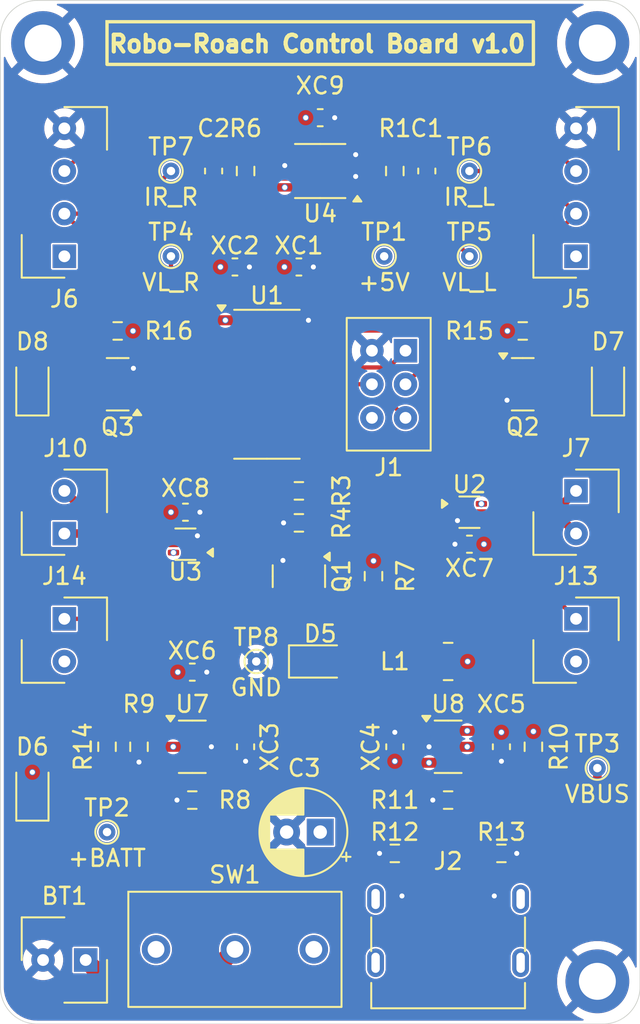
<source format=kicad_pcb>
(kicad_pcb (version 20241229) (generator "pcbnew") (generator_version "9.0")
  (layers (0 "F.Cu" signal) (4 "In1.Cu" signal) (6 "In2.Cu" signal) (2 "B.Cu" signal) (13 "F.Paste" user) (15 "B.Paste" user) (5 "F.SilkS" user "F.Silkscreen") (7 "B.SilkS" user "B.Silkscreen") (1 "F.Mask" user) (3 "B.Mask" user) (25 "Edge.Cuts" user))
  (net 0 "")
  (net 1 "Net-(BT1-+)")
  (net 2 "GND")
  (net 3 "/PA4")
  (net 4 "/IVL_left")
  (net 5 "/PA5")
  (net 6 "/IVL_right")
  (net 7 "+BATT")
  (net 8 "Net-(D5-A)")
  (net 9 "/tx_cathode")
  (net 10 "Net-(D6-K)")
  (net 11 "Net-(D7-A)")
  (net 12 "Net-(D7-K)")
  (net 13 "Net-(D8-A)")
  (net 14 "Net-(D8-K)")
  (net 15 "/PA1")
  (net 16 "/PA2")
  (net 17 "/PA0")
  (net 18 "/PA3")
  (net 19 "+5V")
  (net 24 "VBUS")
  (net 25 "Net-(J2-CC1)")
  (net 26 "Net-(J2-CC2)")
  (net 27 "/PA6")
  (net 28 "/PA7")
  (net 29 "Net-(J7-Pin_1)")
  (net 30 "Net-(J7-Pin_2)")
  (net 31 "Net-(J10-Pin_2)")
  (net 32 "Net-(J10-Pin_1)")
  (net 33 "Net-(U8-SW)")
  (net 34 "Net-(Q1-G)")
  (net 35 "/PB0")
  (net 36 "Net-(U7-ISET)")
  (net 37 "Net-(U7-TS)")
  (net 38 "Net-(U8-V_{FB})")
  (net 39 "Net-(U7-~{CHG})")
  (net 41 "/PB2")
  (net 42 "/PB3")
  (net 43 "/PB1")
  (footprint "Resistor_SMD:R_0603_1608Metric_Pad0.98x0.95mm_HandSolder" (layer "F.Cu") (at 158.115 95.885)
    (property "Reference" "R15")
    (property "Value" "1.2k" (hide yes))
  )
  (footprint "Resistor_SMD:R_0603_1608Metric_Pad0.98x0.95mm_HandSolder" (layer "F.Cu") (at 158.75 120.65 -90)
    (property "Reference" "R10")
    (property "Value" "180k" (hide yes))
  )
  (footprint "LED_SMD:LED_0805_2012Metric_Pad1.15x1.40mm_HandSolder" (layer "F.Cu") (at 128.905 123.19 90)
    (property "Reference" "D6")
    (property "Value" "LED" (hide yes))
  )
  (footprint "MountingHole:MountingHole_2.2mm_M2_DIN965_Pad" (layer "F.Cu") (at 129.54 78.74)
    (property "Reference" "H1" (hide yes))
    (property "Value" "M2" (hide yes))
  )
  (footprint "TestPoint:TestPoint_THTPad_D1.0mm_Drill0.5mm" (layer "F.Cu") (at 133.35 125.73)
    (property "Reference" "TP2")
    (property "Value" "+BATT")
  )
  (footprint "Capacitor_SMD:C_0603_1608Metric_Pad1.08x0.95mm_HandSolder" (layer "F.Cu") (at 156.845 120.65 -90)
    (property "Reference" "XC5")
    (property "Value" "10u" (hide yes))
  )
  (footprint "LED_SMD:LED_0805_2012Metric_Pad1.15x1.40mm_HandSolder" (layer "F.Cu") (at 128.905 99.06 90)
    (property "Reference" "D8")
    (property "Value" "LED" (hide yes))
  )
  (footprint "Resistor_SMD:R_0603_1608Metric_Pad0.98x0.95mm_HandSolder" (layer "F.Cu") (at 150.495 127 180)
    (property "Reference" "R12")
    (property "Value" "5.1k" (hide yes))
  )
  (footprint "Capacitor_SMD:C_0603_1608Metric_Pad1.08x0.95mm_HandSolder" (layer "F.Cu") (at 146.05 83.185)
    (property "Reference" "XC9")
    (property "Value" "0.1u" (hide yes))
  )
  (footprint "robo-roach:ANT11SECQE" (layer "F.Cu") (at 140.97 132.715)
    (property "Reference" "SW1")
    (property "Value" "ANT11SF1CQE" (hide yes))
  )
  (footprint "robo-roach:LHA-02-TS" (layer "F.Cu") (at 161.29 106.68 -90)
    (property "Reference" "J7")
    (property "Value" "motor_left_m" (hide yes))
  )
  (footprint "Resistor_SMD:R_0603_1608Metric_Pad0.98x0.95mm_HandSolder" (layer "F.Cu") (at 133.985 95.885 180)
    (property "Reference" "R16")
    (property "Value" "1.2k" (hide yes))
  )
  (footprint "MountingHole:MountingHole_2.2mm_M2_DIN965_Pad" (layer "F.Cu") (at 162.56 78.74)
    (property "Reference" "H2" (hide yes))
    (property "Value" "M2" (hide yes))
  )
  (footprint "TestPoint:TestPoint_THTPad_D1.0mm_Drill0.5mm" (layer "F.Cu") (at 149.86 91.44)
    (property "Reference" "TP1")
    (property "Value" "+5V")
  )
  (footprint "TestPoint:TestPoint_THTPad_D1.0mm_Drill0.5mm" (layer "F.Cu") (at 137.16 86.36)
    (property "Reference" "TP7")
    (property "Value" "IR_R")
  )
  (footprint "Capacitor_SMD:C_0603_1608Metric_Pad1.08x0.95mm_HandSolder" (layer "F.Cu") (at 139.7 86.36 -90)
    (property "Reference" "C2")
    (property "Value" "4.3p" (hide yes))
  )
  (footprint "robo-roach:SWR204-NRTN-D03-ST-GA" (layer "F.Cu") (at 150.13 99.06 -90)
    (property "Reference" "J1")
    (property "Value" "Prog" (hide yes))
  )
  (footprint "Capacitor_THT:CP_Radial_D5.0mm_P2.00mm" (layer "F.Cu") (at 146.05 125.73 180)
    (property "Reference" "C3")
    (property "Value" "47u" (hide yes))
  )
  (footprint "LED_SMD:LED_0805_2012Metric_Pad1.15x1.40mm_HandSolder" (layer "F.Cu") (at 146.05 115.57)
    (property "Reference" "D5")
    (property "Value" "LED" (hide yes))
  )
  (footprint "Capacitor_SMD:C_0603_1608Metric_Pad1.08x0.95mm_HandSolder" (layer "F.Cu") (at 152.4 86.36 -90)
    (property "Reference" "C1")
    (property "Value" "4.3p" (hide yes))
  )
  (footprint "Package_TO_SOT_SMD:SOT-23" (layer "F.Cu") (at 158.115 99.06)
    (property "Reference" "Q2")
    (property "Value" "T2N7002AK" (hide yes))
  )
  (footprint "Capacitor_SMD:C_0603_1608Metric_Pad1.08x0.95mm_HandSolder" (layer "F.Cu") (at 144.78 92.075 180)
    (property "Reference" "XC1")
    (property "Value" "0.1u" (hide yes))
  )
  (footprint "LED_SMD:LED_0805_2012Metric_Pad1.15x1.40mm_HandSolder" (layer "F.Cu") (at 163.195 99.06 90)
    (property "Reference" "D7")
    (property "Value" "LED" (hide yes))
  )
  (footprint "Resistor_SMD:R_0603_1608Metric_Pad0.98x0.95mm_HandSolder" (layer "F.Cu") (at 144.78 107.315 180)
    (property "Reference" "R4")
    (property "Value" "10k" (hide yes))
  )
  (footprint "MountingHole:MountingHole_2.2mm_M2_DIN965_Pad" (layer "F.Cu") (at 162.56 134.62)
    (property "Reference" "H3" (hide yes))
    (property "Value" "M2" (hide yes))
  )
  (footprint "Package_SO:SOIC-14_3.9x8.7mm_P1.27mm" (layer "F.Cu") (at 142.875 99.06)
    (property "Reference" "U1")
    (property "Value" "ATtiny1604-SS" (hide yes))
  )
  (footprint "Resistor_SMD:R_0603_1608Metric_Pad0.98x0.95mm_HandSolder" (layer "F.Cu") (at 156.845 127 180)
    (property "Reference" "R13")
    (property "Value" "5.1k" (hide yes))
  )
  (footprint "TestPoint:TestPoint_THTPad_D1.0mm_Drill0.5mm" (layer "F.Cu") (at 137.16 91.44)
    (property "Reference" "TP4")
    (property "Value" "VL_R")
  )
  (footprint "Package_TO_SOT_SMD:SOT-563" (layer "F.Cu") (at 138.0225 108.585 180)
    (property "Reference" "U3")
    (property "Value" "DRV8210DRLR" (hide yes))
  )
  (footprint "Package_TO_SOT_SMD:SOT-23" (layer "F.Cu") (at 133.985 99.06 180)
    (property "Reference" "Q3")
    (property "Value" "T2N7002AK" (hide yes))
  )
  (footprint "Resistor_SMD:R_0603_1608Metric_Pad0.98x0.95mm_HandSolder" (layer "F.Cu") (at 133.35 120.65 90)
    (property "Reference" "R14")
    (property "Value" "1.2k" (hide yes))
  )
  (footprint "Package_TO_SOT_SMD:SOT-23-6" (layer "F.Cu") (at 138.43 120.65)
    (property "Reference" "U7")
    (property "Value" "BQ21040DBV" (hide yes))
  )
  (footprint "Resistor_SMD:R_0603_1608Metric_Pad0.98x0.95mm_HandSolder" (layer "F.Cu") (at 141.605 86.36 -90)
    (property "Reference" "R6")
    (property "Value" "1.24M" (hide yes))
  )
  (footprint "Resistor_SMD:R_0603_1608Metric_Pad0.98x0.95mm_HandSolder" (layer "F.Cu") (at 153.67 123.825 180)
    (property "Reference" "R11")
    (property "Value" "20k" (hide yes))
  )
  (footprint "TestPoint:TestPoint_THTPad_D1.0mm_Drill0.5mm" (layer "F.Cu") (at 162.56 121.92)
    (property "Reference" "TP3")
    (property "Value" "VBUS")
  )
  (footprint "Resistor_SMD:R_0603_1608Metric_Pad0.98x0.95mm_HandSolder" (layer "F.Cu") (at 144.78 105.41)
    (property "Reference" "R3")
    (property "Value" "1k" (hide yes))
  )
  (footprint "Capacitor_SMD:C_0603_1608Metric_Pad1.08x0.95mm_HandSolder" (layer "F.Cu") (at 141.605 120.65 -90)
    (property "Reference" "XC3")
    (property "Value" "10u" (hide yes))
  )
  (footprint "Resistor_SMD:R_0603_1608Metric_Pad0.98x0.95mm_HandSolder" (layer "F.Cu") (at 150.495 86.36 -90)
    (property "Reference" "R1")
    (property "Value" "1.24M" (hide yes))
  )
  (footprint "Package_TO_SOT_SMD:SOT-23-6" (layer "F.Cu") (at 153.67 120.65)
    (property "Reference" "U8")
    (property "Value" "TLV61070ADBV" (hide yes))
  )
  (footprint "TestPoint:TestPoint_THTPad_D1.0mm_Drill0.5mm" (layer "F.Cu") (at 142.24 115.57)
    (property "Reference" "TP8")
    (property "Value" "GND")
  )
  (footprint "Capacitor_SMD:C_0603_1608Metric_Pad1.08x0.95mm_HandSolder" (layer "F.Cu") (at 140.97 92.075 180)
    (property "Reference" "XC2")
    (property "Value" "10u" (hide yes))
  )
  (footprint "robo-roach:LHA-02-TS" (layer "F.Cu") (at 161.29 114.3 -90)
    (property "Reference" "J13")
    (property "Value" "tx_left_m" (hide yes))
  )
  (footprint "robo-roach:LHA-04-TS" (layer "F.Cu") (at 161.29 87.63 90)
    (property "Reference" "J5")
    (property "Value" "rx_left_m" (hide yes))
  )
  (footprint "Capacitor_SMD:C_0603_1608Metric_Pad1.08x0.95mm_HandSolder" (layer "F.Cu") (at 150.495 120.65 90)
    (property "Reference" "XC4")
    (property "Value" "10u" (hide yes))
  )
  (footprint "Package_TO_SOT_SMD:SOT-563" (layer "F.Cu") (at 154.94 106.68)
    (property "Reference" "U2")
    (property "Value" "DRV8210DRLR" (hide yes))
  )
  (footprint "Package_SO:VSSOP-8_3x3mm_P0.65mm" (layer "F.Cu") (at 146.05 86.36 180)
    (property "Reference" "U4")
    (property "Value" "LMV358" (hide yes))
  )
  (footprint "Connector_USB:USB_C_Receptacle_HRO_TYPE-C-31-M-17" (layer "F.Cu") (at 153.67 132.715)
    (property "Reference" "J2")
    (property "Value" "USB_C_Receptacle_PowerOnly_6P" (hide yes))
  )
  (footprint "Capacitor_SMD:C_0603_1608Metric_Pad1.08x0.95mm_HandSolder" (layer "F.Cu") (at 138.0225 106.68)
    (property "Reference" "XC8")
    (property "Value" "0.1u" (hide yes))
  )
  (footprint "Resistor_SMD:R_0603_1608Metric_Pad0.98x0.95mm_HandSolder" (layer "F.Cu") (at 138.43 123.825 180)
    (property "Reference" "R8")
    (property "Value" "7.32k" (hide yes))
  )
  (footprint "Resistor_SMD:R_0603_1608Metric_Pad0.98x0.95mm_HandSolder" (layer "F.Cu") (at 149.225 110.49 -90)
    (property "Reference" "R7")
    (property "Value" "1.2k" (hide yes))
  )
  (footprint "robo-roach:LHA-04-TS" (layer "F.Cu") (at 130.81 87.63 90)
    (property "Reference" "J6")
    (property "Value" "rx_right_m" (hide yes))
  )
  (footprint "TestPoint:TestPoint_THTPad_D1.0mm_Drill0.5mm" (layer "F.Cu") (at 154.94 91.44)
    (property "Reference" "TP5")
    (property "Value" "VL_L")
  )
  (footprint "Capacitor_SMD:C_0603_1608Metric_Pad1.08x0.95mm_HandSolder" (layer "F.Cu") (at 154.94 108.585 180)
    (property "Reference" "XC7")
    (property "Value" "0.1u" (hide yes))
  )
  (footprint "Inductor_SMD:L_1008_2520Metric_Pad1.43x2.20mm_HandSolder" (layer "F.Cu") (at 153.67 115.57 180)
    (property "Reference" "L1")
    (property "Value" "2.2u, 2A" (hide yes))
  )
  (footprint "Capacitor_SMD:C_0603_1608Metric_Pad1.08x0.95mm_HandSolder" (layer "F.Cu") (at 138.43 116.205)
    (property "Reference" "XC6")
    (property "Value" "10u" (hide yes))
  )
  (footprint "Resistor_SMD:R_0603_1608Metric_Pad0.98x0.95mm_HandSolder" (layer "F.Cu") (at 135.255 120.65 90)
    (property "Reference" "R9")
    (property "Value" "10k" (hide yes))
  )
  (footprint "Package_TO_SOT_SMD:SOT-23" (layer "F.Cu") (at 144.78 110.49 -90)
    (property "Reference" "Q1")
    (property "Value" "T2N7002AK" (hide yes))
  )
  (footprint "robo-roach:LHA-02-TS" (layer "F.Cu") (at 130.81 114.3 -90)
    (property "Reference" "J14")
    (property "Value" "tx_right_m" (hide yes))
  )
  (footprint "robo-roach:LHA-02-TS" (layer "F.Cu") (at 130.81 133.35 180)
    (property "Reference" "BT1")
    (property "Value" "Battery_Cell" (hide yes))
  )
  (footprint "TestPoint:TestPoint_THTPad_D1.0mm_Drill0.5mm" (layer "F.Cu") (at 154.94 86.36)
    (property "Reference" "TP6")
    (property "Value" "IR_L")
  )
  (footprint "robo-roach:LHA-02-TS" (layer "F.Cu") (at 130.81 106.68 90)
    (property "Reference" "J10")
    (property "Value" "motor_right_m" (hide yes))
  )
  (gr_rect (start 133.35 77.47) (end 158.75 80.01) (stroke (width 0.2)) (fill no) (layer "F.SilkS"))
  (gr_arc (start 162.9 76.2) (mid 164.455635 76.844365) (end 165.1 78.4) (stroke (width 0.05)) (layer "Edge.Cuts"))
  (gr_line (start 127 134.96) (end 127 78.4) (stroke (width 0.05)) (layer "Edge.Cuts"))
  (gr_arc (start 127 78.4) (mid 127.644365 76.844365) (end 129.2 76.2) (stroke (width 0.05)) (layer "Edge.Cuts"))
  (gr_arc (start 129.2 137.16) (mid 127.644365 136.515635) (end 127 134.96) (stroke (width 0.05)) (layer "Edge.Cuts"))
  (gr_line (start 162.9 137.16) (end 129.2 137.16) (stroke (width 0.05)) (layer "Edge.Cuts"))
  (gr_arc (start 165.1 134.96) (mid 164.455635 136.515635) (end 162.9 137.16) (stroke (width 0.05)) (layer "Edge.Cuts"))
  (gr_line (start 165.1 78.4) (end 165.1 134.96) (stroke (width 0.05)) (layer "Edge.Cuts"))
  (gr_line (start 129.2 76.2) (end 162.9 76.2) (stroke (width 0.05)) (layer "Edge.Cuts"))
  (gr_text "Robo-Roach Control Board v1.0" (at 133.35 79.375 0) (layer "F.SilkS") (effects (font (size 1 1) (thickness 0.25) (bold yes)) (justify left bottom)))
  (segment (start 138.725 134.96) (end 140.97 132.715) (width 1.016) (layer "F.Cu") (net 1))
  (segment (start 132.08 133.35) (end 133.69 134.96) (width 1.016) (layer "F.Cu") (net 1))
  (segment (start 133.69 134.96) (end 138.725 134.96) (width 1.016) (layer "F.Cu") (net 1))
  (via (at 157.7575 127) (size 0.4) (drill 0.3) (layers "F.Cu" "B.Cu") (net 2))
  (via (at 145.35 95.25) (size 0.4) (drill 0.3) (layers "F.Cu" "B.Cu") (net 2))
  (via (at 157.1775 100.01) (size 0.4) (drill 0.3) (layers "F.Cu" "B.Cu") (net 2))
  (via (at 141.605 121.5125) (size 0.4) (drill 0.3) (layers "F.Cu" "B.Cu") (net 2))
  (via (at 154.0775 108.585) (size 0.4) (drill 0.3) (layers "F.Cu" "B.Cu") (net 2))
  (via (at 143.9375 86.035) (size 0.4) (drill 0.3) (layers "F.Cu" "B.Cu") (net 2))
  (via (at 150.92 129.535) (size 0.4) (drill 0.3) (layers "F.Cu" "B.Cu") (net 2))
  (via (at 139.5675 120.65) (size 0.4) (drill 0.3) (layers "F.Cu" "B.Cu") (net 2))
  (via (at 137.5175 123.825) (size 0.4) (drill 0.3) (layers "F.Cu" "B.Cu") (net 2))
  (via (at 148.1625 85.385) (size 0.4) (drill 0.3) (layers "F.Cu" "B.Cu") (net 2))
  (via (at 148.1625 86.685) (size 0.4) (drill 0.3) (layers "F.Cu" "B.Cu") (net 2))
  (via (at 149.5825 127) (size 0.4) (drill 0.3) (layers "F.Cu" "B.Cu") (net 2))
  (via (at 138.735 108.085) (size 0.4) (drill 0.3) (layers "F.Cu" "B.Cu") (net 2))
  (via (at 143.8675 107.315) (size 0.4) (drill 0.3) (layers "F.Cu" "B.Cu") (net 2))
  (via (at 134.9225 98.11) (size 0.4) (drill 0.3) (layers "F.Cu" "B.Cu") (net 2))
  (via (at 138.885 106.68) (size 0.4) (drill 0.3) (layers "F.Cu" "B.Cu") (net 2))
  (via (at 146.9125 83.185) (size 0.4) (drill 0.3) (layers "F.Cu" "B.Cu") (net 2))
  (via (at 156.42 129.535) (size 0.4) (drill 0.3) (layers "F.Cu" "B.Cu") (net 2))
  (via (at 152.7575 123.825) (size 0.4) (drill 0.3) (layers "F.Cu" "B.Cu") (net 2))
  (via (at 135.255 121.5625) (size 0.4) (drill 0.3) (layers "F.Cu" "B.Cu") (net 2))
  (via (at 145.6425 92.075) (size 0.4) (drill 0.3) (layers "F.Cu" "B.Cu") (net 2))
  (via (at 154.2275 107.18) (size 0.4) (drill 0.3) (layers "F.Cu" "B.Cu") (net 2))
  (via (at 152.5325 120.65) (size 0.4) (drill 0.3) (layers "F.Cu" "B.Cu") (net 2))
  (via (at 150.495 119.7875) (size 0.4) (drill 0.3) (layers "F.Cu" "B.Cu") (net 2))
  (via (at 156.845 121.5125) (size 0.4) (drill 0.3) (layers "F.Cu" "B.Cu") (net 2))
  (via (at 141.8325 92.075) (size 0.4) (drill 0.3) (layers "F.Cu" "B.Cu") (net 2))
  (via (at 139.2925 116.205) (size 0.4) (drill 0.3) (layers "F.Cu" "B.Cu") (net 2))
  (via (at 143.83 109.5525) (size 0.4) (drill 0.3) (layers "F.Cu" "B.Cu") (net 2))
  (segment (start 152.4 87.2225) (end 152.4 88.9) (width 0.254) (layer "F.Cu") (net 3))
  (segment (start 150.495 87.2725) (end 152.35 87.2725) (width 0.254) (layer "F.Cu") (net 3))
  (segment (start 152.4 88.9) (end 154.94 91.44) (width 0.254) (layer "F.Cu") (net 3))
  (segment (start 150.4325 87.335) (end 150.495 87.2725) (width 0.254) (layer "F.Cu") (net 3))
  (segment (start 148.1625 87.335) (end 150.4325 87.335) (width 0.254) (layer "F.Cu") (net 3))
  (segment (start 144.877 93.017999) (end 141.374999 96.52) (width 0.254) (layer "F.Cu") (net 3))
  (segment (start 144.877 90.6205) (end 144.877 93.017999) (width 0.254) (layer "F.Cu") (net 3))
  (segment (start 148.1625 87.335) (end 144.877 90.6205) (width 0.254) (layer "F.Cu") (net 3))
  (segment (start 141.374999 96.52) (end 140.4 96.52) (width 0.254) (layer "F.Cu") (net 3))
  (segment (start 152.35 87.2725) (end 152.4 87.2225) (width 0.254) (layer "F.Cu") (net 3))
  (segment (start 150.495 85.4475) (end 152.35 85.4475) (width 0.254) (layer "F.Cu") (net 4))
  (segment (start 149.9075 86.035) (end 150.495 85.4475) (width 0.254) (layer "F.Cu") (net 4))
  (segment (start 148.1625 86.035) (end 149.9075 86.035) (width 0.254) (layer "F.Cu") (net 4))
  (segment (start 160.4275 85.4975) (end 161.29 86.36) (width 0.254) (layer "F.Cu") (net 4))
  (segment (start 152.4 85.4975) (end 160.4275 85.4975) (width 0.254) (layer "F.Cu") (net 4))
  (segment (start 152.35 85.4475) (end 152.4 85.4975) (width 0.254) (layer "F.Cu") (net 4))
  (segment (start 141.605 87.2725) (end 139.75 87.2725) (width 0.254) (layer "F.Cu") (net 5))
  (segment (start 139.7 87.2225) (end 139.197 87.7255) (width 0.254) (layer "F.Cu") (net 5))
  (segment (start 139.197 97.561999) (end 139.425001 97.79) (width 0.254) (layer "F.Cu") (net 5))
  (segment (start 137.16 95.524999) (end 139.425001 97.79) (width 0.254) (layer "F.Cu") (net 5))
  (segment (start 139.197 87.7255) (end 139.197 97.561999) (width 0.254) (layer "F.Cu") (net 5))
  (segment (start 141.605 87.2725) (end 142.1925 86.685) (width 0.254) (layer "F.Cu") (net 5))
  (segment (start 139.75 87.2725) (end 139.7 87.2225) (width 0.254) (layer "F.Cu") (net 5))
  (segment (start 137.16 91.44) (end 137.16 95.524999) (width 0.254) (layer "F.Cu") (net 5))
  (segment (start 139.425001 97.79) (end 140.4 97.79) (width 0.254) (layer "F.Cu") (net 5))
  (segment (start 142.1925 86.685) (end 143.9375 86.685) (width 0.254) (layer "F.Cu") (net 5))
  (segment (start 131.6725 85.4975) (end 139.7 85.4975) (width 0.254) (layer "F.Cu") (net 6))
  (segment (start 130.81 86.36) (end 131.6725 85.4975) (width 0.254) (layer "F.Cu") (net 6))
  (segment (start 141.555 85.4975) (end 141.605 85.4475) (width 0.254) (layer "F.Cu") (net 6))
  (segment (start 139.7 85.4975) (end 141.555 85.4975) (width 0.254) (layer "F.Cu") (net 6))
  (segment (start 141.6675 85.385) (end 141.605 85.4475) (width 0.254) (layer "F.Cu") (net 6))
  (segment (start 143.9375 85.385) (end 141.6675 85.385) (width 0.254) (layer "F.Cu") (net 6))
  (segment (start 137.3875 106.68) (end 137.03 107.0375) (width 0.254) (layer "F.Cu") (net 7))
  (segment (start 137.27 106.7975) (end 137.3875 106.68) (width 0.254) (layer "F.Cu") (net 7))
  (segment (start 137.3875 106.68) (end 137.45 106.7425) (width 0.254) (layer "F.Cu") (net 7))
  (via (at 128.905 122.165) (size 0.4) (drill 0.3) (layers "F.Cu" "B.Cu") (net 7))
  (via (at 154.8325 115.57) (size 0.4) (drill 0.3) (layers "F.Cu" "B.Cu") (net 7))
  (via (at 154.8075 119.7) (size 0.4) (drill 0.3) (layers "F.Cu" "B.Cu") (net 7))
  (via (at 137.2925 120.65) (size 0.4) (drill 0.3) (layers "F.Cu" "B.Cu") (net 7))
  (via (at 137.5675 116.205) (size 0.4) (drill 0.3) (layers "F.Cu" "B.Cu") (net 7))
  (via (at 137.31 109.085) (size 0.4) (drill 0.3) (layers "F.Cu" "B.Cu") (net 7))
  (via (at 150.495 121.5125) (size 0.4) (drill 0.3) (layers "F.Cu" "B.Cu") (net 7))
  (via (at 155.8025 108.585) (size 0.4) (drill 0.3) (layers "F.Cu" "B.Cu") (net 7))
  (via (at 137.16 106.68) (size 0.4) (drill 0.3) (layers "F.Cu" "B.Cu") (net 7))
  (via (at 152.5325 121.6) (size 0.4) (drill 0.3) (layers "F.Cu" "B.Cu") (net 7))
  (via (at 155.6525 106.18) (size 0.4) (drill 0.3) (layers "F.Cu" "B.Cu") (net 7))
  (segment (start 147.075 113.5525) (end 149.225 111.4025) (width 0.254) (layer "F.Cu") (net 8))
  (segment (start 147.075 115.57) (end 147.075 113.5525) (width 0.254) (layer "F.Cu") (net 8))
  (segment (start 145.5205 110.687) (end 158.947 110.687) (width 0.254) (layer "F.Cu") (net 9))
  (segment (start 145.025 115.57) (end 145.025 111.6725) (width 0.254) (layer "F.Cu") (net 9))
  (segment (start 158.947 110.687) (end 161.29 113.03) (width 0.254) (layer "F.Cu") (net 9))
  (segment (start 145.025 111.6725) (end 144.78 111.4275) (width 0.254) (layer "F.Cu") (net 9))
  (segment (start 130.81 113.03) (end 143.1775 113.03) (width 0.254) (layer "F.Cu") (net 9))
  (segment (start 143.1775 113.03) (end 144.78 111.4275) (width 0.254) (layer "F.Cu") (net 9))
  (segment (start 144.78 111.4275) (end 145.5205 110.687) (width 0.254) (layer "F.Cu") (net 9))
  (segment (start 133.35 119.7375) (end 133.35 119.77) (width 0.254) (layer "F.Cu") (net 10))
  (segment (start 133.35 119.77) (end 128.905 124.215) (width 0.254) (layer "F.Cu") (net 10))
  (segment (start 159.0275 95.885) (end 161.045 95.885) (width 0.254) (layer "F.Cu") (net 11))
  (segment (start 161.045 95.885) (end 163.195 98.035) (width 0.254) (layer "F.Cu") (net 11))
  (segment (start 163.195 100.085) (end 160.0775 100.085) (width 0.254) (layer "F.Cu") (net 12))
  (segment (start 160.0775 100.085) (end 159.0525 99.06) (width 0.254) (layer "F.Cu") (net 12))
  (segment (start 128.905 98.035) (end 130.9225 98.035) (width 0.254) (layer "F.Cu") (net 13))
  (segment (start 130.9225 98.035) (end 133.0725 95.885) (width 0.254) (layer "F.Cu") (net 13))
  (segment (start 133.0475 99.06) (end 129.93 99.06) (width 0.254) (layer "F.Cu") (net 14))
  (segment (start 129.93 99.06) (end 128.905 100.085) (width 0.254) (layer "F.Cu") (net 14))
  (segment (start 145.35 99.06) (end 149.13 99.06) (width 0.254) (layer "F.Cu") (net 15))
  (segment (start 145.62 98.06) (end 145.35 97.79) (width 0.254) (layer "F.Cu") (net 16))
  (segment (start 150.13 98.06) (end 145.62 98.06) (width 0.254) (layer "F.Cu") (net 16))
  (segment (start 151.13 97.06) (end 150.13 98.06) (width 0.254) (layer "F.Cu") (net 16))
  (segment (start 145.593728 100.33) (end 145.35 100.33) (width 0.254) (layer "F.Cu") (net 17))
  (segment (start 145.62 100.06) (end 145.35 100.33) (width 0.254) (layer "F.Cu") (net 17))
  (segment (start 151.13 101.06) (end 150.13 100.06) (width 0.254) (layer "F.Cu") (net 17))
  (segment (start 150.13 100.06) (end 145.62 100.06) (width 0.254) (layer "F.Cu") (net 17))
  (segment (start 152.25 97.94) (end 151.13 99.06) (width 0.254) (layer "F.Cu") (net 18))
  (segment (start 143.8675 105.41) (end 143.8675 97.027501) (width 0.254) (layer "F.Cu") (net 18))
  (segment (start 146.01 95.86) (end 151.85 95.86) (width 0.254) (layer "F.Cu") (net 18))
  (segment (start 144.375001 96.52) (end 145.35 96.52) (width 0.254) (layer "F.Cu") (net 18))
  (segment (start 152.25 96.26) (end 152.25 97.94) (width 0.254) (layer "F.Cu") (net 18))
  (segment (start 151.85 95.86) (end 152.25 96.26) (width 0.254) (layer "F.Cu") (net 18))
  (segment (start 145.35 96.52) (end 146.01 95.86) (width 0.254) (layer "F.Cu") (net 18))
  (segment (start 143.8675 97.027501) (end 144.375001 96.52) (width 0.254) (layer "F.Cu") (net 18))
  (via (at 140.1075 92.075) (size 0.4) (drill 0.3) (layers "F.Cu" "B.Cu") (net 19))
  (via (at 143.9375 87.335) (size 0.4) (drill 0.3) (layers "F.Cu" "B.Cu") (net 19))
  (via (at 140.4 95.25) (size 0.4) (drill 0.3) (layers "F.Cu" "B.Cu") (net 19))
  (via (at 156.845 119.7875) (size 0.4) (drill 0.3) (layers "F.Cu" "B.Cu") (net 19))
  (via (at 145.1875 83.185) (size 0.4) (drill 0.3) (layers "F.Cu" "B.Cu") (net 19))
  (via (at 134.8975 95.885) (size 0.4) (drill 0.3) (layers "F.Cu" "B.Cu") (net 19))
  (via (at 149.225 109.5775) (size 0.4) (drill 0.3) (layers "F.Cu" "B.Cu") (net 19))
  (via (at 154.8075 120.65) (size 0.4) (drill 0.3) (layers "F.Cu" "B.Cu") (net 19))
  (via (at 158.75 119.7375) (size 0.4) (drill 0.3) (layers "F.Cu" "B.Cu") (net 19))
  (via (at 157.2025 95.885) (size 0.4) (drill 0.3) (layers "F.Cu" "B.Cu") (net 19))
  (via (at 143.9175 92.075) (size 0.4) (drill 0.3) (layers "F.Cu" "B.Cu") (net 19))
  (segment (start 154.835 130.69) (end 155.19 130.335) (width 0.508) (layer "F.Cu") (net 24))
  (segment (start 141.605 119.7875) (end 142.65 120.8325) (width 0.508) (layer "F.Cu") (net 24))
  (segment (start 151.575 128.16) (end 152.15 128.735) (width 0.508) (layer "F.Cu") (net 24))
  (segment (start 155.19 129.138522) (end 156.268522 128.06) (width 0.508) (layer "F.Cu") (net 24))
  (segment (start 152.15 128.735) (end 152.15 129.535) (width 0.508) (layer "F.Cu") (net 24))
  (segment (start 162.56 123.85) (end 162.56 121.92) (width 0.508) (layer "F.Cu") (net 24))
  (segment (start 142.65 120.8325) (end 142.65 126.66) (width 0.508) (layer "F.Cu") (net 24))
  (segment (start 144.15 128.16) (end 151.575 128.16) (width 0.508) (layer "F.Cu") (net 24))
  (segment (start 141.605 119.7875) (end 139.655 119.7875) (width 0.508) (layer "F.Cu") (net 24))
  (segment (start 155.19 130.335) (end 155.19 129.535) (width 0.508) (layer "F.Cu") (net 24))
  (segment (start 139.655 119.7875) (end 139.5675 119.7) (width 0.508) (layer "F.Cu") (net 24))
  (segment (start 152.505 130.69) (end 154.835 130.69) (width 0.508) (layer "F.Cu") (net 24))
  (segment (start 152.15 130.335) (end 152.505 130.69) (width 0.508) (layer "F.Cu") (net 24))
  (segment (start 142.65 126.66) (end 144.15 128.16) (width 0.508) (layer "F.Cu") (net 24))
  (segment (start 155.19 129.535) (end 155.19 129.138522) (width 0.508) (layer "F.Cu") (net 24))
  (segment (start 158.35 128.06) (end 162.56 123.85) (width 0.508) (layer "F.Cu") (net 24))
  (segment (start 152.15 129.535) (end 152.15 130.335) (width 0.508) (layer "F.Cu") (net 24))
  (segment (start 156.268522 128.06) (end 158.35 128.06) (width 0.508) (layer "F.Cu") (net 24))
  (segment (start 151.4075 127) (end 153.17 128.7625) (width 0.254) (layer "F.Cu") (net 25))
  (segment (start 153.17 128.7625) (end 153.17 129.535) (width 0.254) (layer "F.Cu") (net 25))
  (segment (start 154.17 128.7625) (end 154.17 129.535) (width 0.254) (layer "F.Cu") (net 26))
  (segment (start 155.9325 127) (end 154.17 128.7625) (width 0.254) (layer "F.Cu") (net 26))
  (segment (start 153.7395 94.672) (end 157.1775 98.11) (width 0.254) (layer "F.Cu") (net 27))
  (segment (start 140.4 99.06) (end 141.296272 99.06) (width 0.254) (layer "F.Cu") (net 27))
  (segment (start 141.729999 96.667046) (end 143.725045 94.672) (width 0.254) (layer "F.Cu") (net 27))
  (segment (start 157.918 92.272) (end 161.29 88.9) (width 0.254) (layer "F.Cu") (net 27))
  (segment (start 143.725045 94.672) (end 153.7395 94.672) (width 0.254) (layer "F.Cu") (net 27))
  (segment (start 141.65 96.747045) (end 141.729999 96.667046) (width 0.254) (layer "F.Cu") (net 27))
  (segment (start 154.94 86.36) (end 158.75 86.36) (width 0.254) (layer "F.Cu") (net 27))
  (segment (start 158.75 86.36) (end 161.29 88.9) (width 0.254) (layer "F.Cu") (net 27))
  (segment (start 157.1775 98.11) (end 157.918 97.3695) (width 0.254) (layer "F.Cu") (net 27))
  (segment (start 141.65 98.706272) (end 141.65 96.747045) (width 0.254) (layer "F.Cu") (net 27))
  (segment (start 141.296272 99.06) (end 141.65 98.706272) (width 0.254) (layer "F.Cu") (net 27))
  (segment (start 157.918 97.3695) (end 157.918 92.272) (width 0.254) (layer "F.Cu") (net 27))
  (segment (start 135.613 93.703) (end 130.81 88.9) (width 0.254) (layer "F.Cu") (net 28))
  (segment (start 134.9225 100.01) (end 140.08 100.01) (width 0.254) (layer "F.Cu") (net 28))
  (segment (start 140.4 100.33) (end 139.621102 100.33) (width 0.254) (layer "F.Cu") (net 28))
  (segment (start 134.62 88.9) (end 137.16 86.36) (width 0.254) (layer "F.Cu") (net 28))
  (segment (start 140.08 100.01) (end 140.4 100.33) (width 0.254) (layer "F.Cu") (net 28))
  (segment (start 139.621102 100.33) (end 135.613 96.321898) (width 0.254) (layer "F.Cu") (net 28))
  (segment (start 130.81 88.9) (end 134.62 88.9) (width 0.254) (layer "F.Cu") (net 28))
  (segment (start 135.613 96.321898) (end 135.613 93.703) (width 0.254) (layer "F.Cu") (net 28))
  (segment (start 161.29 105.41) (end 160.004346 106.695654) (width 0.508) (layer "F.Cu") (net 29))
  (segment (start 160.004346 106.695654) (end 156.133867 106.695654) (width 0.508) (layer "F.Cu") (net 29))
  (segment (start 161.29 107.95) (end 160.655 107.315) (width 0.508) (layer "F.Cu") (net 30))
  (segment (start 160.655 107.315) (end 155.7575 107.315) (width 0.508) (layer "F.Cu") (net 30))
  (segment (start 137.215346 107.960346) (end 137.31 108.055) (width 0.508) (layer "F.Cu") (net 31))
  (segment (start 133.360346 107.960346) (end 137.215346 107.960346) (width 0.508) (layer "F.Cu") (net 31))
  (segment (start 130.81 105.41) (end 133.360346 107.960346) (width 0.508) (layer "F.Cu") (net 31))
  (segment (start 133.10809 108.569346) (end 133.612602 108.569346) (width 0.508) (layer "F.Cu") (net 32))
  (segment (start 132.488744 107.95) (end 132.751346 108.212602) (width 0.508) (layer "F.Cu") (net 32))
  (segment (start 133.612602 108.569346) (end 136.828633 108.569346) (width 0.508) (layer "F.Cu") (net 32))
  (segment (start 132.751346 108.212602) (end 133.10809 108.569346) (width 0.508) (layer "F.Cu") (net 32))
  (segment (start 130.81 107.95) (end 132.488744 107.95) (width 0.508) (layer "F.Cu") (net 32))
  (segment (start 152.5075 119.3875) (end 152.51 119.39) (width 1.016) (layer "F.Cu") (net 33))
  (segment (start 152.5075 115.57) (end 152.5075 119.3875) (width 1.016) (layer "F.Cu") (net 33))
  (segment (start 145.6925 105.41) (end 145.6925 107.315) (width 0.254) (layer "F.Cu") (net 34))
  (segment (start 145.6925 109.515) (end 145.73 109.5525) (width 0.254) (layer "F.Cu") (net 34))
  (segment (start 145.6925 107.315) (end 145.6925 109.515) (width 0.254) (layer "F.Cu") (net 34))
  (segment (start 146.324999 101.6) (end 150.904999 106.18) (width 0.254) (layer "F.Cu") (net 35))
  (segment (start 150.904999 106.18) (end 154.2275 106.18) (width 0.254) (layer "F.Cu") (net 35))
  (segment (start 145.35 101.6) (end 146.324999 101.6) (width 0.254) (layer "F.Cu") (net 35))
  (segment (start 139.5675 123.6) (end 139.3425 123.825) (width 0.254) (layer "F.Cu") (net 36))
  (segment (start 139.5675 121.6) (end 139.5675 123.6) (width 0.254) (layer "F.Cu") (net 36))
  (segment (start 137.255 119.7375) (end 137.2925 119.7) (width 0.254) (layer "F.Cu") (net 37))
  (segment (start 135.255 119.7375) (end 137.255 119.7375) (width 0.254) (layer "F.Cu") (net 37))
  (segment (start 158.75 121.5625) (end 158.0345 122.278) (width 0.254) (layer "F.Cu") (net 38))
  (segment (start 154.8075 121.6) (end 154.8075 123.6) (width 0.254) (layer "F.Cu") (net 38))
  (segment (start 154.8075 123.6) (end 154.5825 123.825) (width 0.254) (layer "F.Cu") (net 38))
  (segment (start 158.0345 122.278) (end 155.4855 122.278) (width 0.254) (layer "F.Cu") (net 38))
  (segment (start 155.4855 122.278) (end 154.8075 121.6) (width 0.254) (layer "F.Cu") (net 38))
  (segment (start 136.6145 122.278) (end 134.0655 122.278) (width 0.254) (layer "F.Cu") (net 39))
  (segment (start 134.0655 122.278) (end 133.35 121.5625) (width 0.254) (layer "F.Cu") (net 39))
  (segment (start 137.2925 121.6) (end 136.6145 122.278) (width 0.254) (layer "F.Cu") (net 39))
  (segment (start 139.025 109.085) (end 138.735 109.085) (width 0.254) (layer "F.Cu") (net 41))
  (segment (start 140.0055 108.1045) (end 140.0055 108.133962) (width 0.254) (layer "F.Cu") (net 41))
  (segment (start 139.092 109.018) (end 139.025 109.085) (width 0.254) (layer "F.Cu") (net 41))
  (segment (start 139.797546 108.341916) (end 139.329416 108.810046) (width 0.254) (layer "F.Cu") (net 41))
  (segment (start 139.121462 109.018) (end 139.092 109.018) (width 0.254) (layer "F.Cu") (net 41))
  (segment (start 140.4 102.87) (end 140.05 103.22) (width 0.254) (layer "F.Cu") (net 41))
  (segment (start 140.05 103.22) (end 140.05 108.06) (width 0.254) (layer "F.Cu") (net 41))
  (segment (start 140.0055 108.133962) (end 139.797546 108.341916) (width 0.254) (layer "F.Cu") (net 41))
  (segment (start 139.329416 108.810046) (end 139.121462 109.018) (width 0.254) (layer "F.Cu") (net 41))
  (segment (start 140.05 108.06) (end 140.0055 108.1045) (width 0.254) (layer "F.Cu") (net 41))
  (segment (start 139.6505 107.986916) (end 138.974416 108.663) (width 0.254) (layer "F.Cu") (net 42))
  (segment (start 139.05 102.36) (end 139.05 103.36) (width 0.254) (layer "F.Cu") (net 42))
  (segment (start 138.974416 108.663) (end 138.735 108.663) (width 0.254) (layer "F.Cu") (net 42))
  (segment (start 139.81 101.6) (end 139.05 102.36) (width 0.254) (layer "F.Cu") (net 42))
  (segment (start 139.6505 103.9605) (end 139.6505 107.986916) (width 0.254) (layer "F.Cu") (net 42))
  (segment (start 139.05 103.36) (end 139.6505 103.9605) (width 0.254) (layer "F.Cu") (net 42))
  (segment (start 140.4 101.6) (end 139.81 101.6) (width 0.254) (layer "F.Cu") (net 42))
  (segment (start 150.792 106.602) (end 154.2275 106.602) (width 0.254) (layer "F.Cu") (net 43))
  (segment (start 145.35 102.87) (end 147.06 102.87) (width 0.254) (layer "F.Cu") (net 43))
  (segment (start 147.06 102.87) (end 150.792 106.602) (width 0.254) (layer "F.Cu") (net 43))
  (zone (net 2) (net_name "GND") (layer "F.Cu") (priority 2) (connect_pads (clearance 0.1)) (min_thickness 0.1) (fill yes (thermal_gap 0.5) (thermal_bridge_width 0.5))
    (polygon (pts (xy 127 76.2) (xy 165.1 76.2) (xy 165.1 137.16) (xy 127 137.16)))
  )
  (zone (net 2) (net_name "GND") (layer "B.Cu") (priority 4) (connect_pads (clearance 0.1)) (min_thickness 0.1) (fill yes (thermal_gap 0.5) (thermal_bridge_width 0.5))
    (polygon (pts (xy 127 76.2) (xy 165.1 76.2) (xy 165.1 137.16) (xy 127 137.16)))
  )
)
</source>
